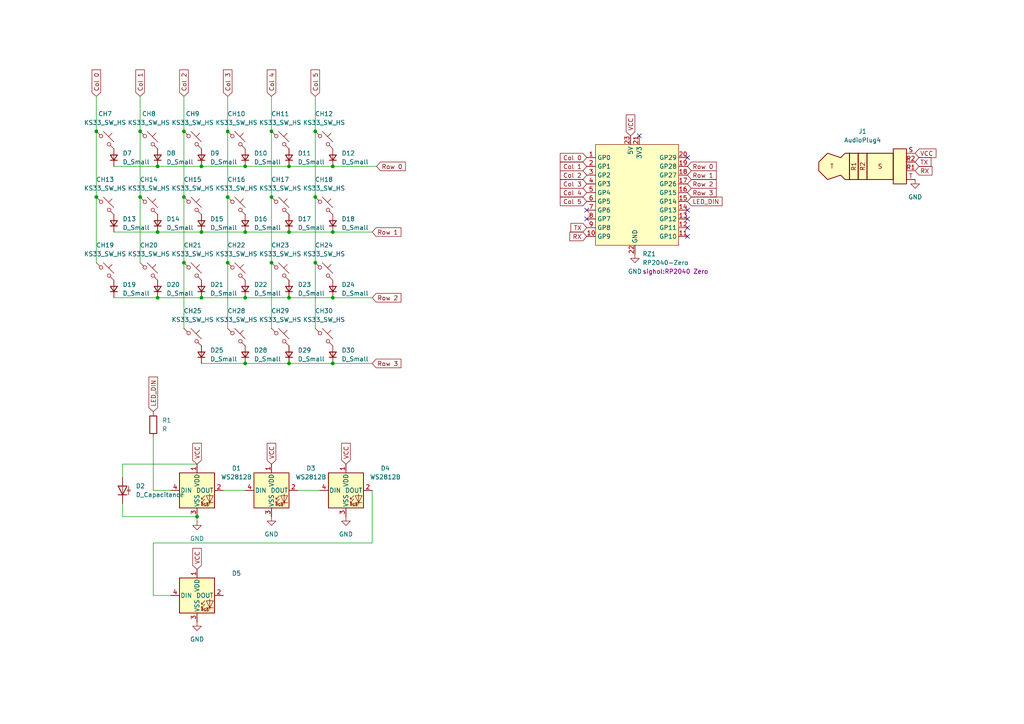
<source format=kicad_sch>
(kicad_sch (version 20250114) (generator "eeschema") (generator_version "9.0")
  (paper "A4")
  (lib_symbols
    (symbol "Connector_Audio:AudioPlug4"
      (property "Reference" "J" (at 10.16 5.08 0))
      (property "Value" "AudioPlug4" (at 11.43 -7.62 0))
      (symbol "AudioPlug4_0_0"
        (text "T" (at -8.89 -1.27 0) (effects (font (size 1.27 1.27))))
        (text "R1" (at -2.54 -1.27 900) (effects (font (size 1.27 1.27))))
        (text "R2" (at 0 -1.27 900) (effects (font (size 1.27 1.27))))
        (text "S" (at 5.08 -1.27 0) (effects (font (size 1.27 1.27))))
      )
      (symbol "AudioPlug4_0_1"
        (polyline (pts (xy -3.81 2.54) (xy -5.08 2.54) (xy -6.35 1.27) (xy -10.16 2.54) (xy -12.7 0) (xy -12.7 -2.54) (xy -10.16 -5.08) (xy -6.35 -3.81) (xy -5.08 -5.08) (xy -3.81 -5.08) (xy -3.81 2.54)) (stroke (width 0.254)) (fill (type background)))
        (rectangle (start -1.27 2.54) (end -3.81 -5.08) (stroke (width 0.254)) (fill (type background)))
        (rectangle (start 1.27 2.54) (end -1.27 -5.08) (stroke (width 0.254)) (fill (type background)))
        (rectangle (start 1.27 2.54) (end 8.89 -5.08) (stroke (width 0.254)) (fill (type background)))
        (rectangle (start 12.7 3.81) (end 8.89 -6.35) (stroke (width 0.254)) (fill (type background)))
      )
      (symbol "AudioPlug4_1_1"
        (pin passive line (at 15.24 2.54 180) (length 2.54) (name "~") (number "S"))
        (pin passive line (at 15.24 0 180) (length 2.54) (name "~") (number "R2"))
        (pin passive line (at 15.24 -2.54 180) (length 2.54) (name "~") (number "R1"))
        (pin passive line (at 15.24 -5.08 180) (length 2.54) (name "~") (number "T"))
      )
    )
    (symbol "Device:D_Capacitance" (pin_numbers (hide yes)) (pin_names (offset 1.016) (hide yes))
      (property "Reference" "D" (at 0 2.54 0))
      (property "Value" "D_Capacitance" (at 0 -3.302 0))
      (symbol "D_Capacitance_0_1"
        (polyline (pts (xy -1.27 1.27) (xy -1.27 -1.27)) (stroke (width 0.254)))
        (polyline (pts (xy -1.27 0) (xy 1.27 0)))
        (polyline (pts (xy -1.27 -1.778) (xy -0.1524 -1.778)))
        (polyline (pts (xy -0.1524 -1.27) (xy -0.1524 -2.286)))
        (polyline (pts (xy 0.1524 -1.27) (xy 0.1524 -2.286)))
        (polyline (pts (xy 0.1524 -1.778) (xy 1.27 -1.778)))
        (polyline (pts (xy 1.27 1.27) (xy 1.27 -1.27) (xy -1.27 0) (xy 1.27 1.27)) (stroke (width 0.254)))
      )
      (symbol "D_Capacitance_1_1"
        (pin passive line (at -3.81 0 0) (length 2.54) (name "K") (number "1"))
        (pin passive line (at 3.81 0 180) (length 2.54) (name "A") (number "2"))
      )
    )
    (symbol "Device:D_Small" (pin_numbers (hide yes)) (pin_names (offset 0.254) (hide yes))
      (property "Reference" "D" (at -1.27 2.032 0))
      (property "Value" "D_Small" (at -3.81 -2.032 0))
      (symbol "D_Small_0_1"
        (polyline (pts (xy -0.762 0) (xy 0.762 0)))
        (polyline (pts (xy -0.762 -1.016) (xy -0.762 1.016)) (stroke (width 0.254)))
        (polyline (pts (xy 0.762 -1.016) (xy -0.762 0) (xy 0.762 1.016) (xy 0.762 -1.016)) (stroke (width 0.254)))
      )
      (symbol "D_Small_1_1"
        (pin passive line (at -2.54 0 0) (length 1.778) (name "K") (number "1"))
        (pin passive line (at 2.54 0 180) (length 1.778) (name "A") (number "2"))
      )
    )
    (symbol "Device:R" (pin_numbers (hide yes)) (pin_names (offset 0))
      (property "Reference" "R" (at 2.032 0 90))
      (property "Value" "R" (at 0 0 90))
      (symbol "R_0_1"
        (rectangle (start -1.016 -2.54) (end 1.016 2.54) (stroke (width 0.254)))
      )
      (symbol "R_1_1"
        (pin passive line (at 0 3.81 270) (length 1.27) (name "~") (number "1"))
        (pin passive line (at 0 -3.81 90) (length 1.27) (name "~") (number "2"))
      )
    )
    (symbol "LED:WS2812B" (pin_names (offset 0.254))
      (property "Reference" "D" (at 5.08 5.715 0))
      (property "Value" "WS2812B" (at 1.27 -5.715 0))
      (symbol "WS2812B_0_0"
        (text "RGB" (at 2.286 -4.191 0) (effects (font (size 0.762 0.762))))
      )
      (symbol "WS2812B_0_1"
        (polyline (pts (xy 1.27 -2.54) (xy 1.778 -2.54)))
        (polyline (pts (xy 1.27 -3.556) (xy 1.778 -3.556)))
        (polyline (pts (xy 2.286 -1.524) (xy 1.27 -2.54) (xy 1.27 -2.032)))
        (polyline (pts (xy 2.286 -2.54) (xy 1.27 -3.556) (xy 1.27 -3.048)))
        (polyline (pts (xy 3.683 -1.016) (xy 3.683 -3.556) (xy 3.683 -4.064)))
        (polyline (pts (xy 4.699 -1.524) (xy 2.667 -1.524) (xy 3.683 -3.556) (xy 4.699 -1.524)))
        (polyline (pts (xy 4.699 -3.556) (xy 2.667 -3.556)))
        (rectangle (start 5.08 5.08) (end -5.08 -5.08) (stroke (width 0.254)) (fill (type background)))
      )
      (symbol "WS2812B_1_1"
        (pin input line (at -7.62 0 0) (length 2.54) (name "DIN") (number "4"))
        (pin power_in line (at 0 7.62 270) (length 2.54) (name "VDD") (number "1"))
        (pin power_in line (at 0 -7.62 90) (length 2.54) (name "VSS") (number "3"))
        (pin output line (at 7.62 0 180) (length 2.54) (name "DOUT") (number "2"))
      )
    )
    (symbol "PCM_marbastlib-gateron_lp:KS33_SW_HS_KS-2P02B01-02" (pin_numbers (hide yes)) (pin_names (offset 1.016) (hide yes))
      (property "Reference" "CH" (at 3.048 1.016 0))
      (property "Value" "KS33_SW_HS" (at 0 -3.81 0))
      (symbol "KS33_SW_HS_KS-2P02B01-02_0_1"
        (polyline (pts (xy -2.54 2.54) (xy -1.524 1.524) (xy -1.524 1.524)))
        (circle (center -1.1684 1.1684) (radius 0.508))
        (polyline (pts (xy -0.508 2.54) (xy 2.54 -0.508)))
        (polyline (pts (xy 1.016 1.016) (xy 2.032 2.032)))
        (circle (center 1.143 -1.1938) (radius 0.508))
        (polyline (pts (xy 1.524 -1.524) (xy 2.54 -2.54) (xy 2.54 -2.54) (xy 2.54 -2.54)))
        (pin passive line (at -2.54 2.54 0) (length 0) (name "1") (number "1"))
        (pin passive line (at 2.54 -2.54 180) (length 0) (name "2") (number "2"))
      )
    )
    (symbol "power:GND" (power) (pin_numbers (hide yes)) (pin_names (offset 0) (hide yes))
      (property "Value" "GND" (at 0 -3.81 0))
      (symbol "GND_0_1"
        (polyline (pts (xy 0 0) (xy 0 -1.27) (xy 1.27 -1.27) (xy 0 -2.54) (xy -1.27 -1.27) (xy 0 -1.27)))
      )
      (symbol "GND_1_1"
        (pin power_in line (at 0 0 270) (length 0) (name "~") (number "1"))
      )
    )
    (symbol "sighol:RP2040-Zero"
      (property "Reference" "RZ" (at 0 0 0))
      (property "Value" "RP2040-Zero" (at 0 -2.54 0))
      (property "Footprint" "RP2040-Zero:RP2040-Zero" (at 0 0 0))
      (symbol "RP2040-Zero_0_1"
        (rectangle (start -11.43 13.97) (end 12.7 -15.24) (fill (type background)))
      )
      (symbol "RP2040-Zero_1_1"
        (pin bidirectional line (at -13.97 10.16 0) (length 2.54) (name "GP0") (number "1"))
        (pin bidirectional line (at -13.97 7.62 0) (length 2.54) (name "GP1") (number "2"))
        (pin bidirectional line (at -13.97 5.08 0) (length 2.54) (name "GP2") (number "3"))
        (pin bidirectional line (at -13.97 2.54 0) (length 2.54) (name "GP3") (number "4"))
        (pin bidirectional line (at -13.97 0 0) (length 2.54) (name "GP4") (number "5"))
        (pin bidirectional line (at -13.97 -2.54 0) (length 2.54) (name "GP5") (number "6"))
        (pin bidirectional line (at -13.97 -5.08 0) (length 2.54) (name "GP6") (number "7"))
        (pin bidirectional line (at -13.97 -7.62 0) (length 2.54) (name "GP7") (number "8"))
        (pin bidirectional line (at -13.97 -10.16 0) (length 2.54) (name "GP8") (number "9"))
        (pin bidirectional line (at -13.97 -12.7 0) (length 2.54) (name "GP9") (number "10"))
        (pin power_in line (at -1.27 16.51 270) (length 2.54) (name "5V") (number "23"))
        (pin power_in line (at 0 -17.78 90) (length 2.54) (name "GND") (number "22"))
        (pin power_in line (at 1.27 16.51 270) (length 2.54) (name "3V3") (number "21"))
        (pin bidirectional line (at 15.24 10.16 180) (length 2.54) (name "GP29") (number "20"))
        (pin bidirectional line (at 15.24 7.62 180) (length 2.54) (name "GP28") (number "19"))
        (pin bidirectional line (at 15.24 5.08 180) (length 2.54) (name "GP27") (number "18"))
        (pin bidirectional line (at 15.24 2.54 180) (length 2.54) (name "GP26") (number "17"))
        (pin bidirectional line (at 15.24 0 180) (length 2.54) (name "GP15") (number "16"))
        (pin bidirectional line (at 15.24 -2.54 180) (length 2.54) (name "GP14") (number "15"))
        (pin bidirectional line (at 15.24 -5.08 180) (length 2.54) (name "GP13") (number "14"))
        (pin bidirectional line (at 15.24 -7.62 180) (length 2.54) (name "GP12") (number "13"))
        (pin bidirectional line (at 15.24 -10.16 180) (length 2.54) (name "GP11") (number "12"))
        (pin bidirectional line (at 15.24 -12.7 180) (length 2.54) (name "GP10") (number "11"))
      )
    )
  )
  (junction (at 71.12 48.26))
  (junction (at 45.72 86.36))
  (junction (at 27.94 38.1))
  (junction (at 96.52 48.26))
  (junction (at 91.44 76.2))
  (junction (at 58.42 48.26))
  (junction (at 91.44 57.15))
  (junction (at 58.42 86.36))
  (junction (at 66.04 76.2))
  (junction (at 71.12 86.36))
  (junction (at 78.74 76.2))
  (junction (at 53.34 38.1))
  (junction (at 83.82 105.41))
  (junction (at 83.82 48.26))
  (junction (at 58.42 67.31))
  (junction (at 57.15 149.86))
  (junction (at 66.04 38.1))
  (junction (at 45.72 48.26))
  (junction (at 83.82 86.36))
  (junction (at 96.52 105.41))
  (junction (at 40.64 57.15))
  (junction (at 53.34 57.15))
  (junction (at 27.94 57.15))
  (junction (at 40.64 38.1))
  (junction (at 96.52 67.31))
  (junction (at 78.74 38.1))
  (junction (at 91.44 38.1))
  (junction (at 53.34 76.2))
  (junction (at 45.72 67.31))
  (junction (at 66.04 57.15))
  (junction (at 78.74 57.15))
  (junction (at 71.12 105.41))
  (junction (at 71.12 67.31))
  (junction (at 83.82 67.31))
  (junction (at 96.52 86.36))
  (no_connect (at 185.42 39.37))
  (no_connect (at 199.39 68.58))
  (no_connect (at 199.39 63.5))
  (no_connect (at 170.18 60.96))
  (no_connect (at 170.18 63.5))
  (no_connect (at 199.39 66.04))
  (no_connect (at 199.39 60.96))
  (no_connect (at 199.39 45.72))
  (wire (pts (xy 58.42 86.36) (xy 71.12 86.36)))
  (wire (pts (xy 83.82 48.26) (xy 96.52 48.26)))
  (wire (pts (xy 66.04 76.2) (xy 66.04 95.25)))
  (wire (pts (xy 96.52 105.41) (xy 107.95 105.41)))
  (wire (pts (xy 107.95 157.48) (xy 44.45 157.48)))
  (wire (pts (xy 83.82 67.31) (xy 96.52 67.31)))
  (wire (pts (xy 86.36 142.24) (xy 92.71 142.24)))
  (wire (pts (xy 66.04 27.94) (xy 66.04 38.1)))
  (wire (pts (xy 91.44 57.15) (xy 91.44 76.2)))
  (wire (pts (xy 40.64 57.15) (xy 40.64 76.2)))
  (wire (pts (xy 71.12 86.36) (xy 83.82 86.36)))
  (wire (pts (xy 91.44 76.2) (xy 91.44 95.25)))
  (wire (pts (xy 58.42 67.31) (xy 71.12 67.31)))
  (wire (pts (xy 27.94 38.1) (xy 27.94 57.15)))
  (wire (pts (xy 66.04 57.15) (xy 66.04 76.2)))
  (wire (pts (xy 78.74 57.15) (xy 78.74 76.2)))
  (wire (pts (xy 40.64 38.1) (xy 40.64 57.15)))
  (wire (pts (xy 91.44 27.94) (xy 91.44 38.1)))
  (wire (pts (xy 27.94 57.15) (xy 27.94 76.2)))
  (wire (pts (xy 78.74 38.1) (xy 78.74 57.15)))
  (wire (pts (xy 96.52 67.31) (xy 107.95 67.31)))
  (wire (pts (xy 57.15 134.62) (xy 35.56 134.62)))
  (wire (pts (xy 66.04 38.1) (xy 66.04 57.15)))
  (wire (pts (xy 33.02 86.36) (xy 45.72 86.36)))
  (wire (pts (xy 96.52 48.26) (xy 109.22 48.26)))
  (wire (pts (xy 35.56 134.62) (xy 35.56 138.43)))
  (wire (pts (xy 27.94 27.94) (xy 27.94 38.1)))
  (wire (pts (xy 96.52 86.36) (xy 107.95 86.36)))
  (wire (pts (xy 45.72 86.36) (xy 58.42 86.36)))
  (wire (pts (xy 35.56 149.86) (xy 57.15 149.86)))
  (wire (pts (xy 58.42 105.41) (xy 71.12 105.41)))
  (wire (pts (xy 78.74 27.94) (xy 78.74 38.1)))
  (wire (pts (xy 53.34 76.2) (xy 53.34 95.25)))
  (wire (pts (xy 33.02 48.26) (xy 45.72 48.26)))
  (wire (pts (xy 53.34 27.94) (xy 53.34 38.1)))
  (wire (pts (xy 44.45 127) (xy 44.45 142.24)))
  (wire (pts (xy 58.42 48.26) (xy 71.12 48.26)))
  (wire (pts (xy 71.12 67.31) (xy 83.82 67.31)))
  (wire (pts (xy 71.12 105.41) (xy 83.82 105.41)))
  (wire (pts (xy 64.77 142.24) (xy 71.12 142.24)))
  (wire (pts (xy 83.82 86.36) (xy 96.52 86.36)))
  (wire (pts (xy 91.44 38.1) (xy 91.44 57.15)))
  (wire (pts (xy 83.82 105.41) (xy 96.52 105.41)))
  (wire (pts (xy 45.72 67.31) (xy 58.42 67.31)))
  (wire (pts (xy 53.34 38.1) (xy 53.34 57.15)))
  (wire (pts (xy 53.34 57.15) (xy 53.34 76.2)))
  (wire (pts (xy 78.74 76.2) (xy 78.74 95.25)))
  (wire (pts (xy 44.45 142.24) (xy 49.53 142.24)))
  (wire (pts (xy 71.12 48.26) (xy 83.82 48.26)))
  (wire (pts (xy 107.95 142.24) (xy 107.95 157.48)))
  (wire (pts (xy 45.72 48.26) (xy 58.42 48.26)))
  (wire (pts (xy 33.02 67.31) (xy 45.72 67.31)))
  (wire (pts (xy 44.45 157.48) (xy 44.45 172.72)))
  (wire (pts (xy 40.64 27.94) (xy 40.64 38.1)))
  (wire (pts (xy 35.56 146.05) (xy 35.56 149.86)))
  (wire (pts (xy 44.45 172.72) (xy 49.53 172.72)))
  (wire (pts (xy 57.15 149.86) (xy 57.15 151.13)))
  (global_label "Col 1" (shape input) (at 40.64 27.94 90) (property "Intersheetrefs" "${INTERSHEET_REFS}" (effects (hide yes))))
  (global_label "Col 1" (shape input) (at 170.18 48.26 180) (property "Intersheetrefs" "${INTERSHEET_REFS}" (effects (hide yes))))
  (global_label "Row 0" (shape input) (at 199.39 48.26 0) (property "Intersheetrefs" "${INTERSHEET_REFS}" (effects (hide yes))))
  (global_label "TX" (shape input) (at 170.18 66.04 180) (property "Intersheetrefs" "${INTERSHEET_REFS}" (effects (hide yes))))
  (global_label "Col 0" (shape input) (at 27.94 27.94 90) (property "Intersheetrefs" "${INTERSHEET_REFS}" (effects (hide yes))))
  (global_label "Col 2" (shape input) (at 170.18 50.8 180) (property "Intersheetrefs" "${INTERSHEET_REFS}" (effects (hide yes))))
  (global_label "VCC" (shape input) (at 265.43 44.45 0) (property "Intersheetrefs" "${INTERSHEET_REFS}" (effects (hide yes))))
  (global_label "Row 3" (shape input) (at 107.95 105.41 0) (property "Intersheetrefs" "${INTERSHEET_REFS}" (effects (hide yes))))
  (global_label "Row 2" (shape input) (at 107.95 86.36 0) (property "Intersheetrefs" "${INTERSHEET_REFS}" (effects (hide yes))))
  (global_label "Col 3" (shape input) (at 170.18 53.34 180) (property "Intersheetrefs" "${INTERSHEET_REFS}" (effects (hide yes))))
  (global_label "VCC" (shape input) (at 182.88 39.37 90) (property "Intersheetrefs" "${INTERSHEET_REFS}" (effects (hide yes))))
  (global_label "Row 0" (shape input) (at 109.22 48.26 0) (property "Intersheetrefs" "${INTERSHEET_REFS}" (effects (hide yes))))
  (global_label "TX" (shape input) (at 265.43 46.99 0) (property "Intersheetrefs" "${INTERSHEET_REFS}" (effects (hide yes))))
  (global_label "Row 3" (shape input) (at 199.39 55.88 0) (property "Intersheetrefs" "${INTERSHEET_REFS}" (effects (hide yes))))
  (global_label "Col 4" (shape input) (at 170.18 55.88 180) (property "Intersheetrefs" "${INTERSHEET_REFS}" (effects (hide yes))))
  (global_label "Col 4" (shape input) (at 78.74 27.94 90) (property "Intersheetrefs" "${INTERSHEET_REFS}" (effects (hide yes))))
  (global_label "VCC" (shape input) (at 100.33 134.62 90) (property "Intersheetrefs" "${INTERSHEET_REFS}" (effects (hide yes))))
  (global_label "VCC" (shape input) (at 78.74 134.62 90) (property "Intersheetrefs" "${INTERSHEET_REFS}" (effects (hide yes))))
  (global_label "Col 5" (shape input) (at 170.18 58.42 180) (property "Intersheetrefs" "${INTERSHEET_REFS}" (effects (hide yes))))
  (global_label "Col 2" (shape input) (at 53.34 27.94 90) (property "Intersheetrefs" "${INTERSHEET_REFS}" (effects (hide yes))))
  (global_label "RX" (shape input) (at 265.43 49.53 0) (property "Intersheetrefs" "${INTERSHEET_REFS}" (effects (hide yes))))
  (global_label "Col 3" (shape input) (at 66.04 27.94 90) (property "Intersheetrefs" "${INTERSHEET_REFS}" (effects (hide yes))))
  (global_label "VCC" (shape input) (at 57.15 134.62 90) (property "Intersheetrefs" "${INTERSHEET_REFS}" (effects (hide yes))))
  (global_label "Col 0" (shape input) (at 170.18 45.72 180) (property "Intersheetrefs" "${INTERSHEET_REFS}" (effects (hide yes))))
  (global_label "Col 5" (shape input) (at 91.44 27.94 90) (property "Intersheetrefs" "${INTERSHEET_REFS}" (effects (hide yes))))
  (global_label "Row 1" (shape input) (at 199.39 50.8 0) (property "Intersheetrefs" "${INTERSHEET_REFS}" (effects (hide yes))))
  (global_label "LED_DIN" (shape input) (at 44.45 119.38 90) (property "Intersheetrefs" "${INTERSHEET_REFS}" (effects (hide yes))))
  (global_label "Row 1" (shape input) (at 107.95 67.31 0) (property "Intersheetrefs" "${INTERSHEET_REFS}" (effects (hide yes))))
  (global_label "Row 2" (shape input) (at 199.39 53.34 0) (property "Intersheetrefs" "${INTERSHEET_REFS}" (effects (hide yes))))
  (global_label "RX" (shape input) (at 170.18 68.58 180) (property "Intersheetrefs" "${INTERSHEET_REFS}" (effects (hide yes))))
  (global_label "VCC" (shape input) (at 57.15 165.1 90) (property "Intersheetrefs" "${INTERSHEET_REFS}" (effects (hide yes))))
  (global_label "LED_DIN" (shape input) (at 199.39 58.42 0) (property "Intersheetrefs" "${INTERSHEET_REFS}" (effects (hide yes))))
  (symbol (lib_id "PCM_marbastlib-gateron_lp:KS33_SW_HS_KS-2P02B01-02") (at 68.58 59.69 0) (unit 1)
    (property "Reference" "CH16" (at 68.58 52.07 0))
    (property "Value" "KS33_SW_HS" (at 68.58 54.61 0))
    (property "Footprint" "sighol:Kailh_socket_PG1350 reversible HS-only" (effects (hide yes)))
    (property "Description" "Push button switch, normally open, two pins, 45° tilted" (effects (hide yes)))
  )
  (symbol (lib_id "PCM_marbastlib-gateron_lp:KS33_SW_HS_KS-2P02B01-02") (at 30.48 40.64 0) (unit 1)
    (property "Reference" "CH7" (at 30.48 33.02 0))
    (property "Value" "KS33_SW_HS" (at 30.48 35.56 0))
    (property "Footprint" "sighol:Kailh_socket_PG1350 reversible HS-only" (effects (hide yes)))
    (property "Description" "Push button switch, normally open, two pins, 45° tilted" (effects (hide yes)))
  )
  (symbol (lib_id "Device:D_Small") (at 83.82 64.77 90) (unit 1)
    (property "Reference" "D17" (at 86.36 63.4999 90) (effects (justify right)))
    (property "Value" "D_Small" (at 86.36 66.0399 90) (effects (justify right)))
    (property "Footprint" "sighol:D_DO-35_SOD27_P7.62mm_Horizontal" (effects (hide yes)))
    (property "Description" "Diode, small symbol" (effects (hide yes)))
    (property "Sim.Device" "D" (effects (hide yes)))
    (property "Sim.Pins" "1=K 2=A" (effects (hide yes)))
  )
  (symbol (lib_id "Connector_Audio:AudioPlug4") (at 250.19 46.99 0) (unit 1)
    (property "Reference" "J1" (at 250.19 38.1 0))
    (property "Value" "AudioPlug4" (at 250.19 40.64 0))
    (property "Footprint" "sighol:TRRS-PJ-320A" (effects (hide yes)))
    (property "Description" "Audio Jack, 4 Poles (Stereo / TRRS)" (effects (hide yes)))
  )
  (symbol (lib_id "Device:D_Small") (at 96.52 83.82 90) (unit 1)
    (property "Reference" "D24" (at 99.06 82.5499 90) (effects (justify right)))
    (property "Value" "D_Small" (at 99.06 85.0899 90) (effects (justify right)))
    (property "Footprint" "sighol:D_DO-35_SOD27_P7.62mm_Horizontal" (effects (hide yes)))
    (property "Description" "Diode, small symbol" (effects (hide yes)))
    (property "Sim.Device" "D" (effects (hide yes)))
    (property "Sim.Pins" "1=K 2=A" (effects (hide yes)))
  )
  (symbol (lib_id "Device:D_Small") (at 71.12 64.77 90) (unit 1)
    (property "Reference" "D16" (at 73.66 63.4999 90) (effects (justify right)))
    (property "Value" "D_Small" (at 73.66 66.0399 90) (effects (justify right)))
    (property "Footprint" "sighol:D_DO-35_SOD27_P7.62mm_Horizontal" (effects (hide yes)))
    (property "Description" "Diode, small symbol" (effects (hide yes)))
    (property "Sim.Device" "D" (effects (hide yes)))
    (property "Sim.Pins" "1=K 2=A" (effects (hide yes)))
  )
  (symbol (lib_id "PCM_marbastlib-gateron_lp:KS33_SW_HS_KS-2P02B01-02") (at 93.98 40.64 0) (unit 1)
    (property "Reference" "CH12" (at 93.98 33.02 0))
    (property "Value" "KS33_SW_HS" (at 93.98 35.56 0))
    (property "Footprint" "sighol:Kailh_socket_PG1350 reversible HS-only" (effects (hide yes)))
    (property "Description" "Push button switch, normally open, two pins, 45° tilted" (effects (hide yes)))
  )
  (symbol (lib_id "PCM_marbastlib-gateron_lp:KS33_SW_HS_KS-2P02B01-02") (at 68.58 78.74 0) (unit 1)
    (property "Reference" "CH22" (at 68.58 71.12 0))
    (property "Value" "KS33_SW_HS" (at 68.58 73.66 0))
    (property "Footprint" "sighol:Kailh_socket_PG1350 reversible HS-only" (effects (hide yes)))
    (property "Description" "Push button switch, normally open, two pins, 45° tilted" (effects (hide yes)))
  )
  (symbol (lib_id "power:GND") (at 57.15 180.34 0) (unit 1)
    (property "Reference" "#PWR08" (effects (hide yes)))
    (property "Value" "GND" (at 57.15 185.42 0))
    (property "Description" "Power symbol creates a global label with name \"GND\" , ground" (effects (hide yes)))
  )
  (symbol (lib_id "PCM_marbastlib-gateron_lp:KS33_SW_HS_KS-2P02B01-02") (at 55.88 78.74 0) (unit 1)
    (property "Reference" "CH21" (at 55.88 71.12 0))
    (property "Value" "KS33_SW_HS" (at 55.88 73.66 0))
    (property "Footprint" "sighol:Kailh_socket_PG1350 reversible HS-only" (effects (hide yes)))
    (property "Description" "Push button switch, normally open, two pins, 45° tilted" (effects (hide yes)))
  )
  (symbol (lib_id "Device:D_Small") (at 83.82 83.82 90) (unit 1)
    (property "Reference" "D23" (at 86.36 82.5499 90) (effects (justify right)))
    (property "Value" "D_Small" (at 86.36 85.0899 90) (effects (justify right)))
    (property "Footprint" "sighol:D_DO-35_SOD27_P7.62mm_Horizontal" (effects (hide yes)))
    (property "Description" "Diode, small symbol" (effects (hide yes)))
    (property "Sim.Device" "D" (effects (hide yes)))
    (property "Sim.Pins" "1=K 2=A" (effects (hide yes)))
  )
  (symbol (lib_id "Device:D_Small") (at 58.42 83.82 90) (unit 1)
    (property "Reference" "D21" (at 60.96 82.5499 90) (effects (justify right)))
    (property "Value" "D_Small" (at 60.96 85.0899 90) (effects (justify right)))
    (property "Footprint" "sighol:D_DO-35_SOD27_P7.62mm_Horizontal" (effects (hide yes)))
    (property "Description" "Diode, small symbol" (effects (hide yes)))
    (property "Sim.Device" "D" (effects (hide yes)))
    (property "Sim.Pins" "1=K 2=A" (effects (hide yes)))
  )
  (symbol (lib_id "Device:D_Small") (at 45.72 45.72 90) (unit 1)
    (property "Reference" "D8" (at 48.26 44.4499 90) (effects (justify right)))
    (property "Value" "D_Small" (at 48.26 46.9899 90) (effects (justify right)))
    (property "Footprint" "sighol:D_DO-35_SOD27_P7.62mm_Horizontal" (effects (hide yes)))
    (property "Description" "Diode, small symbol" (effects (hide yes)))
    (property "Sim.Device" "D" (effects (hide yes)))
    (property "Sim.Pins" "1=K 2=A" (effects (hide yes)))
  )
  (symbol (lib_id "Device:D_Small") (at 71.12 83.82 90) (unit 1)
    (property "Reference" "D22" (at 73.66 82.5499 90) (effects (justify right)))
    (property "Value" "D_Small" (at 73.66 85.0899 90) (effects (justify right)))
    (property "Footprint" "sighol:D_DO-35_SOD27_P7.62mm_Horizontal" (effects (hide yes)))
    (property "Description" "Diode, small symbol" (effects (hide yes)))
    (property "Sim.Device" "D" (effects (hide yes)))
    (property "Sim.Pins" "1=K 2=A" (effects (hide yes)))
  )
  (symbol (lib_id "PCM_marbastlib-gateron_lp:KS33_SW_HS_KS-2P02B01-02") (at 30.48 59.69 0) (unit 1)
    (property "Reference" "CH13" (at 30.48 52.07 0))
    (property "Value" "KS33_SW_HS" (at 30.48 54.61 0))
    (property "Footprint" "sighol:Kailh_socket_PG1350 reversible HS-only" (effects (hide yes)))
    (property "Description" "Push button switch, normally open, two pins, 45° tilted" (effects (hide yes)))
  )
  (symbol (lib_id "LED:WS2812B") (at 78.74 142.24 0) (unit 1)
    (property "Reference" "D3" (at 90.17 135.8198 0))
    (property "Value" "WS2812B" (at 90.17 138.3598 0))
    (property "Footprint" "sighol:LED_WS2812B_PLCC4_5.0x5.0mm_P3.2mm_reversible" (effects (hide yes)))
    (property "Datasheet" "https://cdn-shop.adafruit.com/datasheets/WS2812B.pdf" (effects (hide yes)))
    (property "Description" "RGB LED with integrated controller" (effects (hide yes)))
  )
  (symbol (lib_id "LED:WS2812B") (at 57.15 142.24 0) (unit 1)
    (property "Reference" "D1" (at 68.58 135.8198 0))
    (property "Value" "WS2812B" (at 68.58 138.3598 0))
    (property "Footprint" "sighol:LED_WS2812B_PLCC4_5.0x5.0mm_P3.2mm_reversible" (effects (hide yes)))
    (property "Datasheet" "https://cdn-shop.adafruit.com/datasheets/WS2812B.pdf" (effects (hide yes)))
    (property "Description" "RGB LED with integrated controller" (effects (hide yes)))
  )
  (symbol (lib_id "Device:D_Capacitance") (at 35.56 142.24 90) (unit 1)
    (property "Reference" "D2" (at 39.37 140.9699 90) (effects (justify right)))
    (property "Value" "D_Capacitance" (at 39.37 143.5099 90) (effects (justify right)))
    (property "Footprint" "Capacitor_THT:CP_Radial_D5.0mm_P2.00mm" (effects (hide yes)))
    (property "Description" "Variable capacitance diode" (effects (hide yes)))
  )
  (symbol (lib_id "PCM_marbastlib-gateron_lp:KS33_SW_HS_KS-2P02B01-02") (at 93.98 97.79 0) (unit 1)
    (property "Reference" "CH30" (at 93.98 90.17 0))
    (property "Value" "KS33_SW_HS" (at 93.98 92.71 0))
    (property "Footprint" "sighol:Kailh_socket_PG1350 reversible HS-only" (effects (hide yes)))
    (property "Description" "Push button switch, normally open, two pins, 45° tilted" (effects (hide yes)))
  )
  (symbol (lib_id "power:GND") (at 78.74 149.86 0) (unit 1)
    (property "Reference" "#PWR04" (effects (hide yes)))
    (property "Value" "GND" (at 78.74 154.94 0))
    (property "Description" "Power symbol creates a global label with name \"GND\" , ground" (effects (hide yes)))
  )
  (symbol (lib_id "Device:D_Small") (at 33.02 83.82 90) (unit 1)
    (property "Reference" "D19" (at 35.56 82.5499 90) (effects (justify right)))
    (property "Value" "D_Small" (at 35.56 85.0899 90) (effects (justify right)))
    (property "Footprint" "sighol:D_DO-35_SOD27_P7.62mm_Horizontal" (effects (hide yes)))
    (property "Description" "Diode, small symbol" (effects (hide yes)))
    (property "Sim.Device" "D" (effects (hide yes)))
    (property "Sim.Pins" "1=K 2=A" (effects (hide yes)))
  )
  (symbol (lib_id "PCM_marbastlib-gateron_lp:KS33_SW_HS_KS-2P02B01-02") (at 93.98 59.69 0) (unit 1)
    (property "Reference" "CH18" (at 93.98 52.07 0))
    (property "Value" "KS33_SW_HS" (at 93.98 54.61 0))
    (property "Footprint" "sighol:Kailh_socket_PG1350 reversible HS-only" (effects (hide yes)))
    (property "Description" "Push button switch, normally open, two pins, 45° tilted" (effects (hide yes)))
  )
  (symbol (lib_id "Device:D_Small") (at 71.12 102.87 90) (unit 1)
    (property "Reference" "D28" (at 73.66 101.5999 90) (effects (justify right)))
    (property "Value" "D_Small" (at 73.66 104.1399 90) (effects (justify right)))
    (property "Footprint" "sighol:D_DO-35_SOD27_P7.62mm_Horizontal" (effects (hide yes)))
    (property "Description" "Diode, small symbol" (effects (hide yes)))
    (property "Sim.Device" "D" (effects (hide yes)))
    (property "Sim.Pins" "1=K 2=A" (effects (hide yes)))
  )
  (symbol (lib_id "PCM_marbastlib-gateron_lp:KS33_SW_HS_KS-2P02B01-02") (at 81.28 59.69 0) (unit 1)
    (property "Reference" "CH17" (at 81.28 52.07 0))
    (property "Value" "KS33_SW_HS" (at 81.28 54.61 0))
    (property "Footprint" "sighol:Kailh_socket_PG1350 reversible HS-only" (effects (hide yes)))
    (property "Description" "Push button switch, normally open, two pins, 45° tilted" (effects (hide yes)))
  )
  (symbol (lib_id "Device:D_Small") (at 33.02 64.77 90) (unit 1)
    (property "Reference" "D13" (at 35.56 63.4999 90) (effects (justify right)))
    (property "Value" "D_Small" (at 35.56 66.0399 90) (effects (justify right)))
    (property "Footprint" "sighol:D_DO-35_SOD27_P7.62mm_Horizontal" (effects (hide yes)))
    (property "Description" "Diode, small symbol" (effects (hide yes)))
    (property "Sim.Device" "D" (effects (hide yes)))
    (property "Sim.Pins" "1=K 2=A" (effects (hide yes)))
  )
  (symbol (lib_id "LED:WS2812B") (at 57.15 172.72 0) (unit 1)
    (property "Reference" "D5" (at 68.58 166.2998 0))
    (property "Value" "WS2812B" (effects (hide yes)))
    (property "Footprint" "sighol:LED_WS2812B_PLCC4_5.0x5.0mm_P3.2mm_reversible" (effects (hide yes)))
    (property "Datasheet" "https://cdn-shop.adafruit.com/datasheets/WS2812B.pdf" (effects (hide yes)))
    (property "Description" "RGB LED with integrated controller" (effects (hide yes)))
  )
  (symbol (lib_id "Device:D_Small") (at 83.82 45.72 90) (unit 1)
    (property "Reference" "D11" (at 86.36 44.4499 90) (effects (justify right)))
    (property "Value" "D_Small" (at 86.36 46.9899 90) (effects (justify right)))
    (property "Footprint" "sighol:D_DO-35_SOD27_P7.62mm_Horizontal" (effects (hide yes)))
    (property "Description" "Diode, small symbol" (effects (hide yes)))
    (property "Sim.Device" "D" (effects (hide yes)))
    (property "Sim.Pins" "1=K 2=A" (effects (hide yes)))
  )
  (symbol (lib_id "PCM_marbastlib-gateron_lp:KS33_SW_HS_KS-2P02B01-02") (at 81.28 40.64 0) (unit 1)
    (property "Reference" "CH11" (at 81.28 33.02 0))
    (property "Value" "KS33_SW_HS" (at 81.28 35.56 0))
    (property "Footprint" "sighol:Kailh_socket_PG1350 reversible HS-only" (effects (hide yes)))
    (property "Description" "Push button switch, normally open, two pins, 45° tilted" (effects (hide yes)))
  )
  (symbol (lib_id "Device:D_Small") (at 45.72 64.77 90) (unit 1)
    (property "Reference" "D14" (at 48.26 63.4999 90) (effects (justify right)))
    (property "Value" "D_Small" (at 48.26 66.0399 90) (effects (justify right)))
    (property "Footprint" "sighol:D_DO-35_SOD27_P7.62mm_Horizontal" (effects (hide yes)))
    (property "Description" "Diode, small symbol" (effects (hide yes)))
    (property "Sim.Device" "D" (effects (hide yes)))
    (property "Sim.Pins" "1=K 2=A" (effects (hide yes)))
  )
  (symbol (lib_id "PCM_marbastlib-gateron_lp:KS33_SW_HS_KS-2P02B01-02") (at 93.98 78.74 0) (unit 1)
    (property "Reference" "CH24" (at 93.98 71.12 0))
    (property "Value" "KS33_SW_HS" (at 93.98 73.66 0))
    (property "Footprint" "sighol:Kailh_socket_PG1350 reversible HS-only" (effects (hide yes)))
    (property "Description" "Push button switch, normally open, two pins, 45° tilted" (effects (hide yes)))
  )
  (symbol (lib_id "PCM_marbastlib-gateron_lp:KS33_SW_HS_KS-2P02B01-02") (at 43.18 78.74 0) (unit 1)
    (property "Reference" "CH20" (at 43.18 71.12 0))
    (property "Value" "KS33_SW_HS" (at 43.18 73.66 0))
    (property "Footprint" "sighol:Kailh_socket_PG1350 reversible HS-only" (effects (hide yes)))
    (property "Description" "Push button switch, normally open, two pins, 45° tilted" (effects (hide yes)))
  )
  (symbol (lib_id "PCM_marbastlib-gateron_lp:KS33_SW_HS_KS-2P02B01-02") (at 43.18 40.64 0) (unit 1)
    (property "Reference" "CH8" (at 43.18 33.02 0))
    (property "Value" "KS33_SW_HS" (at 43.18 35.56 0))
    (property "Footprint" "sighol:Kailh_socket_PG1350 reversible HS-only" (effects (hide yes)))
    (property "Description" "Push button switch, normally open, two pins, 45° tilted" (effects (hide yes)))
  )
  (symbol (lib_id "Device:D_Small") (at 83.82 102.87 90) (unit 1)
    (property "Reference" "D29" (at 86.36 101.5999 90) (effects (justify right)))
    (property "Value" "D_Small" (at 86.36 104.1399 90) (effects (justify right)))
    (property "Footprint" "sighol:D_DO-35_SOD27_P7.62mm_Horizontal" (effects (hide yes)))
    (property "Description" "Diode, small symbol" (effects (hide yes)))
    (property "Sim.Device" "D" (effects (hide yes)))
    (property "Sim.Pins" "1=K 2=A" (effects (hide yes)))
  )
  (symbol (lib_id "PCM_marbastlib-gateron_lp:KS33_SW_HS_KS-2P02B01-02") (at 43.18 59.69 0) (unit 1)
    (property "Reference" "CH14" (at 43.18 52.07 0))
    (property "Value" "KS33_SW_HS" (at 43.18 54.61 0))
    (property "Footprint" "sighol:Kailh_socket_PG1350 reversible HS-only" (effects (hide yes)))
    (property "Description" "Push button switch, normally open, two pins, 45° tilted" (effects (hide yes)))
  )
  (symbol (lib_id "Device:D_Small") (at 71.12 45.72 90) (unit 1)
    (property "Reference" "D10" (at 73.66 44.4499 90) (effects (justify right)))
    (property "Value" "D_Small" (at 73.66 46.9899 90) (effects (justify right)))
    (property "Footprint" "sighol:D_DO-35_SOD27_P7.62mm_Horizontal" (effects (hide yes)))
    (property "Description" "Diode, small symbol" (effects (hide yes)))
    (property "Sim.Device" "D" (effects (hide yes)))
    (property "Sim.Pins" "1=K 2=A" (effects (hide yes)))
  )
  (symbol (lib_id "Device:D_Small") (at 96.52 102.87 90) (unit 1)
    (property "Reference" "D30" (at 99.06 101.5999 90) (effects (justify right)))
    (property "Value" "D_Small" (at 99.06 104.1399 90) (effects (justify right)))
    (property "Footprint" "sighol:D_DO-35_SOD27_P7.62mm_Horizontal" (effects (hide yes)))
    (property "Description" "Diode, small symbol" (effects (hide yes)))
    (property "Sim.Device" "D" (effects (hide yes)))
    (property "Sim.Pins" "1=K 2=A" (effects (hide yes)))
  )
  (symbol (lib_id "PCM_marbastlib-gateron_lp:KS33_SW_HS_KS-2P02B01-02") (at 81.28 97.79 0) (unit 1)
    (property "Reference" "CH29" (at 81.28 90.17 0))
    (property "Value" "KS33_SW_HS" (at 81.28 92.71 0))
    (property "Footprint" "sighol:Kailh_socket_PG1350 reversible HS-only" (effects (hide yes)))
    (property "Description" "Push button switch, normally open, two pins, 45° tilted" (effects (hide yes)))
  )
  (symbol (lib_id "PCM_marbastlib-gateron_lp:KS33_SW_HS_KS-2P02B01-02") (at 55.88 97.79 0) (unit 1)
    (property "Reference" "CH25" (at 55.88 90.17 0))
    (property "Value" "KS33_SW_HS" (at 55.88 92.71 0))
    (property "Footprint" "sighol:Kailh_socket_PG1350 reversible HS-only" (effects (hide yes)))
    (property "Description" "Push button switch, normally open, two pins, 45° tilted" (effects (hide yes)))
  )
  (symbol (lib_id "Device:D_Small") (at 58.42 64.77 90) (unit 1)
    (property "Reference" "D15" (at 60.96 63.4999 90) (effects (justify right)))
    (property "Value" "D_Small" (at 60.96 66.0399 90) (effects (justify right)))
    (property "Footprint" "sighol:D_DO-35_SOD27_P7.62mm_Horizontal" (effects (hide yes)))
    (property "Description" "Diode, small symbol" (effects (hide yes)))
    (property "Sim.Device" "D" (effects (hide yes)))
    (property "Sim.Pins" "1=K 2=A" (effects (hide yes)))
  )
  (symbol (lib_id "PCM_marbastlib-gateron_lp:KS33_SW_HS_KS-2P02B01-02") (at 68.58 97.79 0) (unit 1)
    (property "Reference" "CH28" (at 68.58 90.17 0))
    (property "Value" "KS33_SW_HS" (at 68.58 92.71 0))
    (property "Footprint" "sighol:Kailh_socket_PG1350 reversible HS-only" (effects (hide yes)))
    (property "Description" "Push button switch, normally open, two pins, 45° tilted" (effects (hide yes)))
  )
  (symbol (lib_id "PCM_marbastlib-gateron_lp:KS33_SW_HS_KS-2P02B01-02") (at 55.88 40.64 0) (unit 1)
    (property "Reference" "CH9" (at 55.88 33.02 0))
    (property "Value" "KS33_SW_HS" (at 55.88 35.56 0))
    (property "Footprint" "sighol:Kailh_socket_PG1350 reversible HS-only" (effects (hide yes)))
    (property "Description" "Push button switch, normally open, two pins, 45° tilted" (effects (hide yes)))
  )
  (symbol (lib_id "Device:D_Small") (at 45.72 83.82 90) (unit 1)
    (property "Reference" "D20" (at 48.26 82.5499 90) (effects (justify right)))
    (property "Value" "D_Small" (at 48.26 85.0899 90) (effects (justify right)))
    (property "Footprint" "sighol:D_DO-35_SOD27_P7.62mm_Horizontal" (effects (hide yes)))
    (property "Description" "Diode, small symbol" (effects (hide yes)))
    (property "Sim.Device" "D" (effects (hide yes)))
    (property "Sim.Pins" "1=K 2=A" (effects (hide yes)))
  )
  (symbol (lib_id "Device:D_Small") (at 96.52 45.72 90) (unit 1)
    (property "Reference" "D12" (at 99.06 44.4499 90) (effects (justify right)))
    (property "Value" "D_Small" (at 99.06 46.9899 90) (effects (justify right)))
    (property "Footprint" "sighol:D_DO-35_SOD27_P7.62mm_Horizontal" (effects (hide yes)))
    (property "Description" "Diode, small symbol" (effects (hide yes)))
    (property "Sim.Device" "D" (effects (hide yes)))
    (property "Sim.Pins" "1=K 2=A" (effects (hide yes)))
  )
  (symbol (lib_id "power:GND") (at 265.43 52.07 0) (unit 1)
    (property "Reference" "#PWR02" (effects (hide yes)))
    (property "Value" "GND" (at 265.43 57.15 0))
    (property "Description" "Power symbol creates a global label with name \"GND\" , ground" (effects (hide yes)))
  )
  (symbol (lib_id "Device:D_Small") (at 58.42 45.72 90) (unit 1)
    (property "Reference" "D9" (at 60.96 44.4499 90) (effects (justify right)))
    (property "Value" "D_Small" (at 60.96 46.9899 90) (effects (justify right)))
    (property "Footprint" "sighol:D_DO-35_SOD27_P7.62mm_Horizontal" (effects (hide yes)))
    (property "Description" "Diode, small symbol" (effects (hide yes)))
    (property "Sim.Device" "D" (effects (hide yes)))
    (property "Sim.Pins" "1=K 2=A" (effects (hide yes)))
  )
  (symbol (lib_id "PCM_marbastlib-gateron_lp:KS33_SW_HS_KS-2P02B01-02") (at 81.28 78.74 0) (unit 1)
    (property "Reference" "CH23" (at 81.28 71.12 0))
    (property "Value" "KS33_SW_HS" (at 81.28 73.66 0))
    (property "Footprint" "sighol:Kailh_socket_PG1350 reversible HS-only" (effects (hide yes)))
    (property "Description" "Push button switch, normally open, two pins, 45° tilted" (effects (hide yes)))
  )
  (symbol (lib_id "Device:D_Small") (at 96.52 64.77 90) (unit 1)
    (property "Reference" "D18" (at 99.06 63.4999 90) (effects (justify right)))
    (property "Value" "D_Small" (at 99.06 66.0399 90) (effects (justify right)))
    (property "Footprint" "sighol:D_DO-35_SOD27_P7.62mm_Horizontal" (effects (hide yes)))
    (property "Description" "Diode, small symbol" (effects (hide yes)))
    (property "Sim.Device" "D" (effects (hide yes)))
    (property "Sim.Pins" "1=K 2=A" (effects (hide yes)))
  )
  (symbol (lib_id "power:GND") (at 100.33 149.86 0) (unit 1)
    (property "Reference" "#PWR05" (effects (hide yes)))
    (property "Value" "GND" (at 100.33 154.94 0))
    (property "Description" "Power symbol creates a global label with name \"GND\" , ground" (effects (hide yes)))
  )
  (symbol (lib_id "PCM_marbastlib-gateron_lp:KS33_SW_HS_KS-2P02B01-02") (at 55.88 59.69 0) (unit 1)
    (property "Reference" "CH15" (at 55.88 52.07 0))
    (property "Value" "KS33_SW_HS" (at 55.88 54.61 0))
    (property "Footprint" "sighol:Kailh_socket_PG1350 reversible HS-only" (effects (hide yes)))
    (property "Description" "Push button switch, normally open, two pins, 45° tilted" (effects (hide yes)))
  )
  (symbol (lib_id "Device:D_Small") (at 33.02 45.72 90) (unit 1)
    (property "Reference" "D7" (at 35.56 44.4499 90) (effects (justify right)))
    (property "Value" "D_Small" (at 35.56 46.9899 90) (effects (justify right)))
    (property "Footprint" "sighol:D_DO-35_SOD27_P7.62mm_Horizontal" (effects (hide yes)))
    (property "Description" "Diode, small symbol" (effects (hide yes)))
    (property "Sim.Device" "D" (effects (hide yes)))
    (property "Sim.Pins" "1=K 2=A" (effects (hide yes)))
  )
  (symbol (lib_id "PCM_marbastlib-gateron_lp:KS33_SW_HS_KS-2P02B01-02") (at 68.58 40.64 0) (unit 1)
    (property "Reference" "CH10" (at 68.58 33.02 0))
    (property "Value" "KS33_SW_HS" (at 68.58 35.56 0))
    (property "Footprint" "sighol:Kailh_socket_PG1350 reversible HS-only" (effects (hide yes)))
    (property "Description" "Push button switch, normally open, two pins, 45° tilted" (effects (hide yes)))
  )
  (symbol (lib_id "PCM_marbastlib-gateron_lp:KS33_SW_HS_KS-2P02B01-02") (at 30.48 78.74 0) (unit 1)
    (property "Reference" "CH19" (at 30.48 71.12 0))
    (property "Value" "KS33_SW_HS" (at 30.48 73.66 0))
    (property "Footprint" "sighol:Kailh_socket_PG1350 reversible HS-only" (effects (hide yes)))
    (property "Description" "Push button switch, normally open, two pins, 45° tilted" (effects (hide yes)))
  )
  (symbol (lib_id "Device:R") (at 44.45 123.19 0) (unit 1)
    (property "Reference" "R1" (at 46.99 121.9199 0) (effects (justify left)))
    (property "Value" "R" (at 46.99 124.4599 0) (effects (justify left)))
    (property "Footprint" "sighol:D_DO-35_SOD27_P7.62mm_Horizontal" (effects (hide yes)))
    (property "Description" "Resistor" (effects (hide yes)))
  )
  (symbol (lib_id "power:GND") (at 57.15 151.13 0) (unit 1)
    (property "Reference" "#PWR03" (effects (hide yes)))
    (property "Value" "GND" (at 57.15 156.21 0))
    (property "Description" "Power symbol creates a global label with name \"GND\" , ground" (effects (hide yes)))
  )
  (symbol (lib_id "sighol:RP2040-Zero") (at 184.15 55.88 0) (unit 1)
    (property "Reference" "RZ1" (at 186.3441 73.66 0) (effects (justify left)))
    (property "Value" "RP2040-Zero" (at 186.3441 76.2 0) (effects (justify left)))
    (property "Footprint" "sighol:RP2040 Zero" (at 186.3441 78.74 0) (effects (justify left)))
  )
  (symbol (lib_id "LED:WS2812B") (at 100.33 142.24 0) (unit 1)
    (property "Reference" "D4" (at 111.76 135.8198 0))
    (property "Value" "WS2812B" (at 111.76 138.3598 0))
    (property "Footprint" "sighol:LED_WS2812B_PLCC4_5.0x5.0mm_P3.2mm_reversible" (effects (hide yes)))
    (property "Datasheet" "https://cdn-shop.adafruit.com/datasheets/WS2812B.pdf" (effects (hide yes)))
    (property "Description" "RGB LED with integrated controller" (effects (hide yes)))
  )
  (symbol (lib_id "Device:D_Small") (at 58.42 102.87 90) (unit 1)
    (property "Reference" "D25" (at 60.96 101.5999 90) (effects (justify right)))
    (property "Value" "D_Small" (at 60.96 104.1399 90) (effects (justify right)))
    (property "Footprint" "sighol:D_DO-35_SOD27_P7.62mm_Horizontal" (effects (hide yes)))
    (property "Description" "Diode, small symbol" (effects (hide yes)))
    (property "Sim.Device" "D" (effects (hide yes)))
    (property "Sim.Pins" "1=K 2=A" (effects (hide yes)))
  )
  (symbol (lib_id "power:GND") (at 184.15 73.66 0) (unit 1)
    (property "Reference" "#PWR01" (effects (hide yes)))
    (property "Value" "GND" (at 184.15 78.74 0))
    (property "Description" "Power symbol creates a global label with name \"GND\" , ground" (effects (hide yes)))
  )
)
</source>
